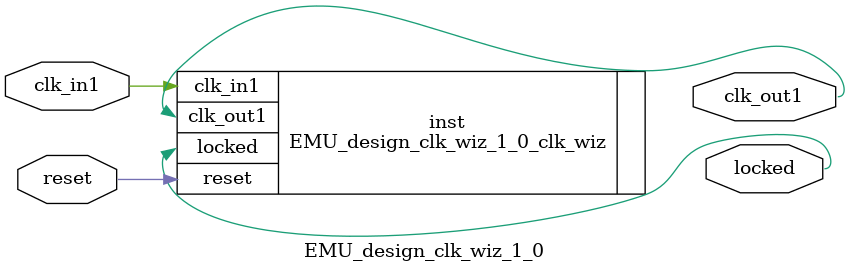
<source format=v>


`timescale 1ps/1ps

(* CORE_GENERATION_INFO = "EMU_design_clk_wiz_1_0,clk_wiz_v6_0_6_0_0,{component_name=EMU_design_clk_wiz_1_0,use_phase_alignment=true,use_min_o_jitter=false,use_max_i_jitter=false,use_dyn_phase_shift=false,use_inclk_switchover=false,use_dyn_reconfig=false,enable_axi=0,feedback_source=FDBK_AUTO,PRIMITIVE=MMCM,num_out_clk=1,clkin1_period=83.333,clkin2_period=10.0,use_power_down=false,use_reset=true,use_locked=true,use_inclk_stopped=false,feedback_type=SINGLE,CLOCK_MGR_TYPE=NA,manual_override=false}" *)

module EMU_design_clk_wiz_1_0 
 (
  // Clock out ports
  output        clk_out1,
  // Status and control signals
  input         reset,
  output        locked,
 // Clock in ports
  input         clk_in1
 );

  EMU_design_clk_wiz_1_0_clk_wiz inst
  (
  // Clock out ports  
  .clk_out1(clk_out1),
  // Status and control signals               
  .reset(reset), 
  .locked(locked),
 // Clock in ports
  .clk_in1(clk_in1)
  );

endmodule

</source>
